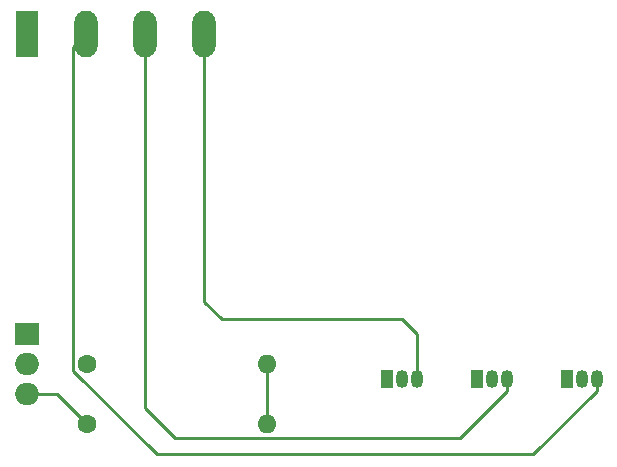
<source format=gbr>
%TF.GenerationSoftware,KiCad,Pcbnew,5.1.6*%
%TF.CreationDate,2020-11-23T13:40:36+00:00*%
%TF.ProjectId,LEDs,4c454473-2e6b-4696-9361-645f70636258,rev?*%
%TF.SameCoordinates,Original*%
%TF.FileFunction,Copper,L2,Bot*%
%TF.FilePolarity,Positive*%
%FSLAX46Y46*%
G04 Gerber Fmt 4.6, Leading zero omitted, Abs format (unit mm)*
G04 Created by KiCad (PCBNEW 5.1.6) date 2020-11-23 13:40:36*
%MOMM*%
%LPD*%
G01*
G04 APERTURE LIST*
%TA.AperFunction,ComponentPad*%
%ADD10O,2.000000X1.905000*%
%TD*%
%TA.AperFunction,ComponentPad*%
%ADD11R,2.000000X1.905000*%
%TD*%
%TA.AperFunction,ComponentPad*%
%ADD12O,1.600000X1.600000*%
%TD*%
%TA.AperFunction,ComponentPad*%
%ADD13C,1.600000*%
%TD*%
%TA.AperFunction,ComponentPad*%
%ADD14R,1.050000X1.500000*%
%TD*%
%TA.AperFunction,ComponentPad*%
%ADD15O,1.050000X1.500000*%
%TD*%
%TA.AperFunction,ComponentPad*%
%ADD16O,1.980000X3.960000*%
%TD*%
%TA.AperFunction,ComponentPad*%
%ADD17R,1.980000X3.960000*%
%TD*%
%TA.AperFunction,Conductor*%
%ADD18C,0.250000*%
%TD*%
G04 APERTURE END LIST*
D10*
%TO.P,U1,3*%
%TO.N,GND*%
X132080000Y-106680000D03*
%TO.P,U1,2*%
%TO.N,+24V*%
X132080000Y-104140000D03*
D11*
%TO.P,U1,1*%
%TO.N,Net-(R1-Pad2)*%
X132080000Y-101600000D03*
%TD*%
D12*
%TO.P,R2,2*%
%TO.N,Net-(R1-Pad2)*%
X152400000Y-109220000D03*
D13*
%TO.P,R2,1*%
%TO.N,GND*%
X137160000Y-109220000D03*
%TD*%
D12*
%TO.P,R1,2*%
%TO.N,Net-(R1-Pad2)*%
X152400000Y-104140000D03*
D13*
%TO.P,R1,1*%
%TO.N,+24V*%
X137160000Y-104140000D03*
%TD*%
D14*
%TO.P,Q3,1*%
%TO.N,GND*%
X162560000Y-105410000D03*
D15*
%TO.P,Q3,3*%
%TO.N,Net-(J1-Pad4)*%
X165100000Y-105410000D03*
%TO.P,Q3,2*%
%TO.N,Net-(Q3-Pad2)*%
X163830000Y-105410000D03*
%TD*%
D14*
%TO.P,Q2,1*%
%TO.N,GND*%
X170180000Y-105410000D03*
D15*
%TO.P,Q2,3*%
%TO.N,Net-(J1-Pad3)*%
X172720000Y-105410000D03*
%TO.P,Q2,2*%
%TO.N,Net-(Q2-Pad2)*%
X171450000Y-105410000D03*
%TD*%
D14*
%TO.P,Q1,1*%
%TO.N,GND*%
X177800000Y-105410000D03*
D15*
%TO.P,Q1,3*%
%TO.N,Net-(J1-Pad2)*%
X180340000Y-105410000D03*
%TO.P,Q1,2*%
%TO.N,Net-(Q1-Pad2)*%
X179070000Y-105410000D03*
%TD*%
D16*
%TO.P,J1,3*%
%TO.N,Net-(J1-Pad3)*%
X142080000Y-76200000D03*
%TO.P,J1,4*%
%TO.N,Net-(J1-Pad4)*%
X147080000Y-76200000D03*
%TO.P,J1,2*%
%TO.N,Net-(J1-Pad2)*%
X137080000Y-76200000D03*
D17*
%TO.P,J1,1*%
%TO.N,+24V*%
X132080000Y-76200000D03*
%TD*%
D18*
%TO.N,Net-(J1-Pad3)*%
X142080000Y-76200000D02*
X142080000Y-107790000D01*
X144635001Y-110345001D02*
X168784999Y-110345001D01*
X172720000Y-106410000D02*
X172720000Y-105410000D01*
X168784999Y-110345001D02*
X172720000Y-106410000D01*
X142080000Y-107790000D02*
X144635001Y-110345001D01*
%TO.N,Net-(J1-Pad4)*%
X147080000Y-76200000D02*
X147080000Y-98820000D01*
X147080000Y-98820000D02*
X148590000Y-100330000D01*
X148590000Y-100330000D02*
X163830000Y-100330000D01*
X165100000Y-101600000D02*
X165100000Y-105410000D01*
X163830000Y-100330000D02*
X165100000Y-101600000D01*
%TO.N,Net-(J1-Pad2)*%
X136034999Y-104680001D02*
X143114998Y-111760000D01*
X137080000Y-76200000D02*
X136034999Y-77245001D01*
X136034999Y-77245001D02*
X136034999Y-104680001D01*
X180340000Y-106410000D02*
X180340000Y-105410000D01*
X174990000Y-111760000D02*
X180340000Y-106410000D01*
X143114998Y-111760000D02*
X174990000Y-111760000D01*
%TO.N,GND*%
X134620000Y-106680000D02*
X137160000Y-109220000D01*
X132080000Y-106680000D02*
X134620000Y-106680000D01*
%TO.N,Net-(R1-Pad2)*%
X152400000Y-109220000D02*
X152400000Y-104140000D01*
%TD*%
M02*

</source>
